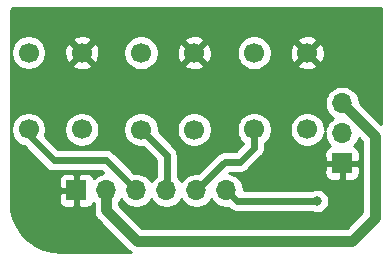
<source format=gtl>
%TF.GenerationSoftware,KiCad,Pcbnew,(5.1.10)-1*%
%TF.CreationDate,2021-08-05T17:21:45+02:00*%
%TF.ProjectId,mp3_buttons_pcb,6d70335f-6275-4747-946f-6e735f706362,rev?*%
%TF.SameCoordinates,Original*%
%TF.FileFunction,Copper,L1,Top*%
%TF.FilePolarity,Positive*%
%FSLAX46Y46*%
G04 Gerber Fmt 4.6, Leading zero omitted, Abs format (unit mm)*
G04 Created by KiCad (PCBNEW (5.1.10)-1) date 2021-08-05 17:21:45*
%MOMM*%
%LPD*%
G01*
G04 APERTURE LIST*
%TA.AperFunction,ComponentPad*%
%ADD10C,1.700000*%
%TD*%
%TA.AperFunction,ComponentPad*%
%ADD11R,1.700000X1.700000*%
%TD*%
%TA.AperFunction,ComponentPad*%
%ADD12O,1.700000X1.700000*%
%TD*%
%TA.AperFunction,ViaPad*%
%ADD13C,0.800000*%
%TD*%
%TA.AperFunction,Conductor*%
%ADD14C,0.600000*%
%TD*%
%TA.AperFunction,Conductor*%
%ADD15C,0.900000*%
%TD*%
%TA.AperFunction,Conductor*%
%ADD16C,0.254000*%
%TD*%
%TA.AperFunction,Conductor*%
%ADD17C,0.100000*%
%TD*%
G04 APERTURE END LIST*
D10*
%TO.P,SW1,4*%
%TO.N,N/C*%
X179545860Y-103321980D03*
%TO.P,SW1,3*%
%TO.N,Net-(J1-Pad3)*%
X179545860Y-109821980D03*
%TO.P,SW1,2*%
%TO.N,GND*%
X184045860Y-103321980D03*
%TO.P,SW1,1*%
%TO.N,N/C*%
X184045860Y-109821980D03*
%TD*%
%TO.P,SW2,1*%
%TO.N,N/C*%
X193567440Y-109832280D03*
%TO.P,SW2,2*%
%TO.N,GND*%
X193567440Y-103332280D03*
%TO.P,SW2,3*%
%TO.N,Net-(J1-Pad4)*%
X189067440Y-109832280D03*
%TO.P,SW2,4*%
%TO.N,N/C*%
X189067440Y-103332280D03*
%TD*%
%TO.P,SW3,4*%
%TO.N,N/C*%
X198639040Y-103329600D03*
%TO.P,SW3,3*%
%TO.N,Net-(J1-Pad5)*%
X198639040Y-109829600D03*
%TO.P,SW3,2*%
%TO.N,GND*%
X203139040Y-103329600D03*
%TO.P,SW3,1*%
%TO.N,N/C*%
X203139040Y-109829600D03*
%TD*%
D11*
%TO.P,J1,1*%
%TO.N,GND*%
X183591200Y-114985800D03*
D12*
%TO.P,J1,2*%
%TO.N,+5V*%
X186131200Y-114985800D03*
%TO.P,J1,3*%
%TO.N,Net-(J1-Pad3)*%
X188671200Y-114985800D03*
%TO.P,J1,4*%
%TO.N,Net-(J1-Pad4)*%
X191211200Y-114985800D03*
%TO.P,J1,5*%
%TO.N,Net-(J1-Pad5)*%
X193751200Y-114985800D03*
%TO.P,J1,6*%
%TO.N,Net-(J1-Pad6)*%
X196291200Y-114985800D03*
%TD*%
D11*
%TO.P,J2,1*%
%TO.N,GND*%
X206090520Y-112694720D03*
D12*
%TO.P,J2,2*%
%TO.N,Net-(J1-Pad6)*%
X206090520Y-110154720D03*
%TO.P,J2,3*%
%TO.N,+5V*%
X206090520Y-107614720D03*
%TD*%
D13*
%TO.N,Net-(J1-Pad6)*%
X203962000Y-115884960D03*
%TD*%
D14*
%TO.N,Net-(J1-Pad6)*%
X197190360Y-115884960D02*
X196291200Y-114985800D01*
X203962000Y-115884960D02*
X197190360Y-115884960D01*
%TO.N,Net-(J1-Pad5)*%
X198639040Y-109829600D02*
X198639040Y-111385740D01*
X198639040Y-111385740D02*
X197457060Y-112567720D01*
X196169280Y-112567720D02*
X193751200Y-114985800D01*
X197457060Y-112567720D02*
X196169280Y-112567720D01*
%TO.N,Net-(J1-Pad4)*%
X189067440Y-109832280D02*
X191231520Y-111996360D01*
X191231520Y-114965480D02*
X191211200Y-114985800D01*
X191231520Y-111996360D02*
X191231520Y-114965480D01*
%TO.N,Net-(J1-Pad3)*%
X179545860Y-110328320D02*
X179545860Y-109821980D01*
X181663340Y-112445800D02*
X179545860Y-110328320D01*
X186131200Y-112445800D02*
X181663340Y-112445800D01*
X188671200Y-114985800D02*
X186131200Y-112445800D01*
D15*
%TO.N,+5V*%
X208899760Y-110423960D02*
X206090520Y-107614720D01*
X208899760Y-117307360D02*
X208899760Y-110423960D01*
X206928720Y-119278400D02*
X208899760Y-117307360D01*
X188722000Y-119278400D02*
X206928720Y-119278400D01*
X186131200Y-116687600D02*
X188722000Y-119278400D01*
X186131200Y-114985800D02*
X186131200Y-116687600D01*
%TD*%
D16*
%TO.N,GND*%
X209357361Y-99539648D02*
X209357361Y-109347139D01*
X207575520Y-107565299D01*
X207575520Y-107468460D01*
X207518452Y-107181562D01*
X207406510Y-106911309D01*
X207243995Y-106668088D01*
X207037152Y-106461245D01*
X206793931Y-106298730D01*
X206523678Y-106186788D01*
X206236780Y-106129720D01*
X205944260Y-106129720D01*
X205657362Y-106186788D01*
X205387109Y-106298730D01*
X205143888Y-106461245D01*
X204937045Y-106668088D01*
X204774530Y-106911309D01*
X204662588Y-107181562D01*
X204605520Y-107468460D01*
X204605520Y-107760980D01*
X204662588Y-108047878D01*
X204774530Y-108318131D01*
X204937045Y-108561352D01*
X205143888Y-108768195D01*
X205318280Y-108884720D01*
X205143888Y-109001245D01*
X204937045Y-109208088D01*
X204774530Y-109451309D01*
X204662588Y-109721562D01*
X204624040Y-109915354D01*
X204624040Y-109683340D01*
X204566972Y-109396442D01*
X204455030Y-109126189D01*
X204292515Y-108882968D01*
X204085672Y-108676125D01*
X203842451Y-108513610D01*
X203572198Y-108401668D01*
X203285300Y-108344600D01*
X202992780Y-108344600D01*
X202705882Y-108401668D01*
X202435629Y-108513610D01*
X202192408Y-108676125D01*
X201985565Y-108882968D01*
X201823050Y-109126189D01*
X201711108Y-109396442D01*
X201654040Y-109683340D01*
X201654040Y-109975860D01*
X201711108Y-110262758D01*
X201823050Y-110533011D01*
X201985565Y-110776232D01*
X202192408Y-110983075D01*
X202435629Y-111145590D01*
X202705882Y-111257532D01*
X202992780Y-111314600D01*
X203285300Y-111314600D01*
X203572198Y-111257532D01*
X203842451Y-111145590D01*
X204085672Y-110983075D01*
X204292515Y-110776232D01*
X204455030Y-110533011D01*
X204566972Y-110262758D01*
X204605520Y-110068966D01*
X204605520Y-110300980D01*
X204662588Y-110587878D01*
X204774530Y-110858131D01*
X204937045Y-111101352D01*
X205068900Y-111233207D01*
X204996340Y-111255218D01*
X204886026Y-111314183D01*
X204789335Y-111393535D01*
X204709983Y-111490226D01*
X204651018Y-111600540D01*
X204614708Y-111720238D01*
X204602448Y-111844720D01*
X204605520Y-112408970D01*
X204764270Y-112567720D01*
X205963520Y-112567720D01*
X205963520Y-112547720D01*
X206217520Y-112547720D01*
X206217520Y-112567720D01*
X207416770Y-112567720D01*
X207575520Y-112408970D01*
X207578592Y-111844720D01*
X207566332Y-111720238D01*
X207530022Y-111600540D01*
X207471057Y-111490226D01*
X207391705Y-111393535D01*
X207295014Y-111314183D01*
X207184700Y-111255218D01*
X207112140Y-111233207D01*
X207243995Y-111101352D01*
X207406510Y-110858131D01*
X207518452Y-110587878D01*
X207520245Y-110578866D01*
X207814761Y-110873383D01*
X207814760Y-116857938D01*
X206479299Y-118193400D01*
X189171422Y-118193400D01*
X187216200Y-116238179D01*
X187216200Y-116000907D01*
X187284675Y-115932432D01*
X187401200Y-115758040D01*
X187517725Y-115932432D01*
X187724568Y-116139275D01*
X187967789Y-116301790D01*
X188238042Y-116413732D01*
X188524940Y-116470800D01*
X188817460Y-116470800D01*
X189104358Y-116413732D01*
X189374611Y-116301790D01*
X189617832Y-116139275D01*
X189824675Y-115932432D01*
X189941200Y-115758040D01*
X190057725Y-115932432D01*
X190264568Y-116139275D01*
X190507789Y-116301790D01*
X190778042Y-116413732D01*
X191064940Y-116470800D01*
X191357460Y-116470800D01*
X191644358Y-116413732D01*
X191914611Y-116301790D01*
X192157832Y-116139275D01*
X192364675Y-115932432D01*
X192481200Y-115758040D01*
X192597725Y-115932432D01*
X192804568Y-116139275D01*
X193047789Y-116301790D01*
X193318042Y-116413732D01*
X193604940Y-116470800D01*
X193897460Y-116470800D01*
X194184358Y-116413732D01*
X194454611Y-116301790D01*
X194697832Y-116139275D01*
X194904675Y-115932432D01*
X195021200Y-115758040D01*
X195137725Y-115932432D01*
X195344568Y-116139275D01*
X195587789Y-116301790D01*
X195858042Y-116413732D01*
X196144940Y-116470800D01*
X196437460Y-116470800D01*
X196451181Y-116468071D01*
X196496734Y-116513624D01*
X196526016Y-116549304D01*
X196668388Y-116666146D01*
X196830820Y-116752967D01*
X196940972Y-116786381D01*
X197007067Y-116806431D01*
X197190359Y-116824484D01*
X197236291Y-116819960D01*
X203514705Y-116819960D01*
X203660102Y-116880186D01*
X203860061Y-116919960D01*
X204063939Y-116919960D01*
X204263898Y-116880186D01*
X204452256Y-116802165D01*
X204621774Y-116688897D01*
X204765937Y-116544734D01*
X204879205Y-116375216D01*
X204957226Y-116186858D01*
X204997000Y-115986899D01*
X204997000Y-115783021D01*
X204957226Y-115583062D01*
X204879205Y-115394704D01*
X204765937Y-115225186D01*
X204621774Y-115081023D01*
X204452256Y-114967755D01*
X204263898Y-114889734D01*
X204063939Y-114849960D01*
X203860061Y-114849960D01*
X203660102Y-114889734D01*
X203514705Y-114949960D01*
X197776200Y-114949960D01*
X197776200Y-114839540D01*
X197719132Y-114552642D01*
X197607190Y-114282389D01*
X197444675Y-114039168D01*
X197237832Y-113832325D01*
X196994611Y-113669810D01*
X196724358Y-113557868D01*
X196658260Y-113544720D01*
X204602448Y-113544720D01*
X204614708Y-113669202D01*
X204651018Y-113788900D01*
X204709983Y-113899214D01*
X204789335Y-113995905D01*
X204886026Y-114075257D01*
X204996340Y-114134222D01*
X205116038Y-114170532D01*
X205240520Y-114182792D01*
X205804770Y-114179720D01*
X205963520Y-114020970D01*
X205963520Y-112821720D01*
X206217520Y-112821720D01*
X206217520Y-114020970D01*
X206376270Y-114179720D01*
X206940520Y-114182792D01*
X207065002Y-114170532D01*
X207184700Y-114134222D01*
X207295014Y-114075257D01*
X207391705Y-113995905D01*
X207471057Y-113899214D01*
X207530022Y-113788900D01*
X207566332Y-113669202D01*
X207578592Y-113544720D01*
X207575520Y-112980470D01*
X207416770Y-112821720D01*
X206217520Y-112821720D01*
X205963520Y-112821720D01*
X204764270Y-112821720D01*
X204605520Y-112980470D01*
X204602448Y-113544720D01*
X196658260Y-113544720D01*
X196538410Y-113520880D01*
X196556570Y-113502720D01*
X197411128Y-113502720D01*
X197457060Y-113507244D01*
X197502992Y-113502720D01*
X197640352Y-113489191D01*
X197816600Y-113435727D01*
X197979032Y-113348906D01*
X198121404Y-113232064D01*
X198150690Y-113196379D01*
X199267704Y-112079366D01*
X199303384Y-112050084D01*
X199420226Y-111907712D01*
X199507047Y-111745280D01*
X199550953Y-111600540D01*
X199560511Y-111569033D01*
X199578564Y-111385741D01*
X199574040Y-111339809D01*
X199574040Y-110990847D01*
X199585672Y-110983075D01*
X199792515Y-110776232D01*
X199955030Y-110533011D01*
X200066972Y-110262758D01*
X200124040Y-109975860D01*
X200124040Y-109683340D01*
X200066972Y-109396442D01*
X199955030Y-109126189D01*
X199792515Y-108882968D01*
X199585672Y-108676125D01*
X199342451Y-108513610D01*
X199072198Y-108401668D01*
X198785300Y-108344600D01*
X198492780Y-108344600D01*
X198205882Y-108401668D01*
X197935629Y-108513610D01*
X197692408Y-108676125D01*
X197485565Y-108882968D01*
X197323050Y-109126189D01*
X197211108Y-109396442D01*
X197154040Y-109683340D01*
X197154040Y-109975860D01*
X197211108Y-110262758D01*
X197323050Y-110533011D01*
X197485565Y-110776232D01*
X197692408Y-110983075D01*
X197704041Y-110990848D01*
X197704041Y-110998450D01*
X197069771Y-111632720D01*
X196215215Y-111632720D01*
X196169280Y-111628196D01*
X195985988Y-111646248D01*
X195809739Y-111699713D01*
X195771340Y-111720238D01*
X195647308Y-111786534D01*
X195504936Y-111903376D01*
X195475656Y-111939054D01*
X193911181Y-113503529D01*
X193897460Y-113500800D01*
X193604940Y-113500800D01*
X193318042Y-113557868D01*
X193047789Y-113669810D01*
X192804568Y-113832325D01*
X192597725Y-114039168D01*
X192481200Y-114213560D01*
X192364675Y-114039168D01*
X192166520Y-113841013D01*
X192166520Y-112042291D01*
X192171044Y-111996359D01*
X192152991Y-111813067D01*
X192102387Y-111646249D01*
X192099527Y-111636820D01*
X192012706Y-111474388D01*
X191895864Y-111332016D01*
X191860186Y-111302736D01*
X190549711Y-109992261D01*
X190552440Y-109978540D01*
X190552440Y-109686020D01*
X192082440Y-109686020D01*
X192082440Y-109978540D01*
X192139508Y-110265438D01*
X192251450Y-110535691D01*
X192413965Y-110778912D01*
X192620808Y-110985755D01*
X192864029Y-111148270D01*
X193134282Y-111260212D01*
X193421180Y-111317280D01*
X193713700Y-111317280D01*
X194000598Y-111260212D01*
X194270851Y-111148270D01*
X194514072Y-110985755D01*
X194720915Y-110778912D01*
X194883430Y-110535691D01*
X194995372Y-110265438D01*
X195052440Y-109978540D01*
X195052440Y-109686020D01*
X194995372Y-109399122D01*
X194883430Y-109128869D01*
X194720915Y-108885648D01*
X194514072Y-108678805D01*
X194270851Y-108516290D01*
X194000598Y-108404348D01*
X193713700Y-108347280D01*
X193421180Y-108347280D01*
X193134282Y-108404348D01*
X192864029Y-108516290D01*
X192620808Y-108678805D01*
X192413965Y-108885648D01*
X192251450Y-109128869D01*
X192139508Y-109399122D01*
X192082440Y-109686020D01*
X190552440Y-109686020D01*
X190495372Y-109399122D01*
X190383430Y-109128869D01*
X190220915Y-108885648D01*
X190014072Y-108678805D01*
X189770851Y-108516290D01*
X189500598Y-108404348D01*
X189213700Y-108347280D01*
X188921180Y-108347280D01*
X188634282Y-108404348D01*
X188364029Y-108516290D01*
X188120808Y-108678805D01*
X187913965Y-108885648D01*
X187751450Y-109128869D01*
X187639508Y-109399122D01*
X187582440Y-109686020D01*
X187582440Y-109978540D01*
X187639508Y-110265438D01*
X187751450Y-110535691D01*
X187913965Y-110778912D01*
X188120808Y-110985755D01*
X188364029Y-111148270D01*
X188634282Y-111260212D01*
X188921180Y-111317280D01*
X189213700Y-111317280D01*
X189227421Y-111314551D01*
X190296520Y-112383650D01*
X190296521Y-113810975D01*
X190264568Y-113832325D01*
X190057725Y-114039168D01*
X189941200Y-114213560D01*
X189824675Y-114039168D01*
X189617832Y-113832325D01*
X189374611Y-113669810D01*
X189104358Y-113557868D01*
X188817460Y-113500800D01*
X188524940Y-113500800D01*
X188511219Y-113503529D01*
X186824830Y-111817141D01*
X186795544Y-111781456D01*
X186653172Y-111664614D01*
X186490740Y-111577793D01*
X186314492Y-111524329D01*
X186177132Y-111510800D01*
X186131200Y-111506276D01*
X186085268Y-111510800D01*
X182050629Y-111510800D01*
X180921416Y-110381587D01*
X180973792Y-110255138D01*
X181030860Y-109968240D01*
X181030860Y-109675720D01*
X182560860Y-109675720D01*
X182560860Y-109968240D01*
X182617928Y-110255138D01*
X182729870Y-110525391D01*
X182892385Y-110768612D01*
X183099228Y-110975455D01*
X183342449Y-111137970D01*
X183612702Y-111249912D01*
X183899600Y-111306980D01*
X184192120Y-111306980D01*
X184479018Y-111249912D01*
X184749271Y-111137970D01*
X184992492Y-110975455D01*
X185199335Y-110768612D01*
X185361850Y-110525391D01*
X185473792Y-110255138D01*
X185530860Y-109968240D01*
X185530860Y-109675720D01*
X185473792Y-109388822D01*
X185361850Y-109118569D01*
X185199335Y-108875348D01*
X184992492Y-108668505D01*
X184749271Y-108505990D01*
X184479018Y-108394048D01*
X184192120Y-108336980D01*
X183899600Y-108336980D01*
X183612702Y-108394048D01*
X183342449Y-108505990D01*
X183099228Y-108668505D01*
X182892385Y-108875348D01*
X182729870Y-109118569D01*
X182617928Y-109388822D01*
X182560860Y-109675720D01*
X181030860Y-109675720D01*
X180973792Y-109388822D01*
X180861850Y-109118569D01*
X180699335Y-108875348D01*
X180492492Y-108668505D01*
X180249271Y-108505990D01*
X179979018Y-108394048D01*
X179692120Y-108336980D01*
X179399600Y-108336980D01*
X179112702Y-108394048D01*
X178842449Y-108505990D01*
X178599228Y-108668505D01*
X178392385Y-108875348D01*
X178229870Y-109118569D01*
X178117928Y-109388822D01*
X178060860Y-109675720D01*
X178060860Y-109968240D01*
X178117928Y-110255138D01*
X178229870Y-110525391D01*
X178392385Y-110768612D01*
X178599228Y-110975455D01*
X178842449Y-111137970D01*
X179112702Y-111249912D01*
X179153223Y-111257972D01*
X180969710Y-113074459D01*
X180998996Y-113110144D01*
X181141368Y-113226986D01*
X181303800Y-113313807D01*
X181480048Y-113367271D01*
X181663340Y-113385324D01*
X181709272Y-113380800D01*
X185743911Y-113380800D01*
X185883991Y-113520880D01*
X185698042Y-113557868D01*
X185427789Y-113669810D01*
X185184568Y-113832325D01*
X185052713Y-113964180D01*
X185030702Y-113891620D01*
X184971737Y-113781306D01*
X184892385Y-113684615D01*
X184795694Y-113605263D01*
X184685380Y-113546298D01*
X184565682Y-113509988D01*
X184441200Y-113497728D01*
X183876950Y-113500800D01*
X183718200Y-113659550D01*
X183718200Y-114858800D01*
X183738200Y-114858800D01*
X183738200Y-115112800D01*
X183718200Y-115112800D01*
X183718200Y-116312050D01*
X183876950Y-116470800D01*
X184441200Y-116473872D01*
X184565682Y-116461612D01*
X184685380Y-116425302D01*
X184795694Y-116366337D01*
X184892385Y-116286985D01*
X184971737Y-116190294D01*
X185030702Y-116079980D01*
X185046200Y-116028890D01*
X185046200Y-116634314D01*
X185040952Y-116687600D01*
X185046200Y-116740886D01*
X185046200Y-116740894D01*
X185052235Y-116802165D01*
X185061900Y-116900297D01*
X185112334Y-117066553D01*
X185123942Y-117104820D01*
X185224692Y-117293310D01*
X185263736Y-117340885D01*
X185326305Y-117417126D01*
X185326310Y-117417131D01*
X185360279Y-117458522D01*
X185401670Y-117492491D01*
X187917109Y-120007931D01*
X187951078Y-120049322D01*
X187992469Y-120083291D01*
X187992473Y-120083295D01*
X188079133Y-120154415D01*
X188116290Y-120184909D01*
X188198985Y-120229111D01*
X182312937Y-120229205D01*
X181533604Y-120159651D01*
X180807359Y-119960973D01*
X180127785Y-119636833D01*
X179516345Y-119197468D01*
X178992377Y-118656775D01*
X178572436Y-118031837D01*
X178269802Y-117342416D01*
X178092815Y-116605217D01*
X178045980Y-115967428D01*
X178045981Y-115835800D01*
X182103128Y-115835800D01*
X182115388Y-115960282D01*
X182151698Y-116079980D01*
X182210663Y-116190294D01*
X182290015Y-116286985D01*
X182386706Y-116366337D01*
X182497020Y-116425302D01*
X182616718Y-116461612D01*
X182741200Y-116473872D01*
X183305450Y-116470800D01*
X183464200Y-116312050D01*
X183464200Y-115112800D01*
X182264950Y-115112800D01*
X182106200Y-115271550D01*
X182103128Y-115835800D01*
X178045981Y-115835800D01*
X178045999Y-114135800D01*
X182103128Y-114135800D01*
X182106200Y-114700050D01*
X182264950Y-114858800D01*
X183464200Y-114858800D01*
X183464200Y-113659550D01*
X183305450Y-113500800D01*
X182741200Y-113497728D01*
X182616718Y-113509988D01*
X182497020Y-113546298D01*
X182386706Y-113605263D01*
X182290015Y-113684615D01*
X182210663Y-113781306D01*
X182151698Y-113891620D01*
X182115388Y-114011318D01*
X182103128Y-114135800D01*
X178045999Y-114135800D01*
X178046116Y-103175720D01*
X178060860Y-103175720D01*
X178060860Y-103468240D01*
X178117928Y-103755138D01*
X178229870Y-104025391D01*
X178392385Y-104268612D01*
X178599228Y-104475455D01*
X178842449Y-104637970D01*
X179112702Y-104749912D01*
X179399600Y-104806980D01*
X179692120Y-104806980D01*
X179979018Y-104749912D01*
X180249271Y-104637970D01*
X180492492Y-104475455D01*
X180617570Y-104350377D01*
X183197068Y-104350377D01*
X183274703Y-104599452D01*
X183538743Y-104725351D01*
X183822271Y-104797319D01*
X184114391Y-104812591D01*
X184403879Y-104770579D01*
X184679607Y-104672899D01*
X184817017Y-104599452D01*
X184894652Y-104350377D01*
X184045860Y-103501585D01*
X183197068Y-104350377D01*
X180617570Y-104350377D01*
X180699335Y-104268612D01*
X180861850Y-104025391D01*
X180973792Y-103755138D01*
X181030860Y-103468240D01*
X181030860Y-103390511D01*
X182555249Y-103390511D01*
X182597261Y-103679999D01*
X182694941Y-103955727D01*
X182768388Y-104093137D01*
X183017463Y-104170772D01*
X183866255Y-103321980D01*
X184225465Y-103321980D01*
X185074257Y-104170772D01*
X185323332Y-104093137D01*
X185449231Y-103829097D01*
X185521199Y-103545569D01*
X185536471Y-103253449D01*
X185526686Y-103186020D01*
X187582440Y-103186020D01*
X187582440Y-103478540D01*
X187639508Y-103765438D01*
X187751450Y-104035691D01*
X187913965Y-104278912D01*
X188120808Y-104485755D01*
X188364029Y-104648270D01*
X188634282Y-104760212D01*
X188921180Y-104817280D01*
X189213700Y-104817280D01*
X189500598Y-104760212D01*
X189770851Y-104648270D01*
X190014072Y-104485755D01*
X190139150Y-104360677D01*
X192718648Y-104360677D01*
X192796283Y-104609752D01*
X193060323Y-104735651D01*
X193343851Y-104807619D01*
X193635971Y-104822891D01*
X193925459Y-104780879D01*
X194201187Y-104683199D01*
X194338597Y-104609752D01*
X194416232Y-104360677D01*
X193567440Y-103511885D01*
X192718648Y-104360677D01*
X190139150Y-104360677D01*
X190220915Y-104278912D01*
X190383430Y-104035691D01*
X190495372Y-103765438D01*
X190552440Y-103478540D01*
X190552440Y-103400811D01*
X192076829Y-103400811D01*
X192118841Y-103690299D01*
X192216521Y-103966027D01*
X192289968Y-104103437D01*
X192539043Y-104181072D01*
X193387835Y-103332280D01*
X193747045Y-103332280D01*
X194595837Y-104181072D01*
X194844912Y-104103437D01*
X194970811Y-103839397D01*
X195042779Y-103555869D01*
X195058051Y-103263749D01*
X195046382Y-103183340D01*
X197154040Y-103183340D01*
X197154040Y-103475860D01*
X197211108Y-103762758D01*
X197323050Y-104033011D01*
X197485565Y-104276232D01*
X197692408Y-104483075D01*
X197935629Y-104645590D01*
X198205882Y-104757532D01*
X198492780Y-104814600D01*
X198785300Y-104814600D01*
X199072198Y-104757532D01*
X199342451Y-104645590D01*
X199585672Y-104483075D01*
X199710750Y-104357997D01*
X202290248Y-104357997D01*
X202367883Y-104607072D01*
X202631923Y-104732971D01*
X202915451Y-104804939D01*
X203207571Y-104820211D01*
X203497059Y-104778199D01*
X203772787Y-104680519D01*
X203910197Y-104607072D01*
X203987832Y-104357997D01*
X203139040Y-103509205D01*
X202290248Y-104357997D01*
X199710750Y-104357997D01*
X199792515Y-104276232D01*
X199955030Y-104033011D01*
X200066972Y-103762758D01*
X200124040Y-103475860D01*
X200124040Y-103398131D01*
X201648429Y-103398131D01*
X201690441Y-103687619D01*
X201788121Y-103963347D01*
X201861568Y-104100757D01*
X202110643Y-104178392D01*
X202959435Y-103329600D01*
X203318645Y-103329600D01*
X204167437Y-104178392D01*
X204416512Y-104100757D01*
X204542411Y-103836717D01*
X204614379Y-103553189D01*
X204629651Y-103261069D01*
X204587639Y-102971581D01*
X204489959Y-102695853D01*
X204416512Y-102558443D01*
X204167437Y-102480808D01*
X203318645Y-103329600D01*
X202959435Y-103329600D01*
X202110643Y-102480808D01*
X201861568Y-102558443D01*
X201735669Y-102822483D01*
X201663701Y-103106011D01*
X201648429Y-103398131D01*
X200124040Y-103398131D01*
X200124040Y-103183340D01*
X200066972Y-102896442D01*
X199955030Y-102626189D01*
X199792515Y-102382968D01*
X199710750Y-102301203D01*
X202290248Y-102301203D01*
X203139040Y-103149995D01*
X203987832Y-102301203D01*
X203910197Y-102052128D01*
X203646157Y-101926229D01*
X203362629Y-101854261D01*
X203070509Y-101838989D01*
X202781021Y-101881001D01*
X202505293Y-101978681D01*
X202367883Y-102052128D01*
X202290248Y-102301203D01*
X199710750Y-102301203D01*
X199585672Y-102176125D01*
X199342451Y-102013610D01*
X199072198Y-101901668D01*
X198785300Y-101844600D01*
X198492780Y-101844600D01*
X198205882Y-101901668D01*
X197935629Y-102013610D01*
X197692408Y-102176125D01*
X197485565Y-102382968D01*
X197323050Y-102626189D01*
X197211108Y-102896442D01*
X197154040Y-103183340D01*
X195046382Y-103183340D01*
X195016039Y-102974261D01*
X194918359Y-102698533D01*
X194844912Y-102561123D01*
X194595837Y-102483488D01*
X193747045Y-103332280D01*
X193387835Y-103332280D01*
X192539043Y-102483488D01*
X192289968Y-102561123D01*
X192164069Y-102825163D01*
X192092101Y-103108691D01*
X192076829Y-103400811D01*
X190552440Y-103400811D01*
X190552440Y-103186020D01*
X190495372Y-102899122D01*
X190383430Y-102628869D01*
X190220915Y-102385648D01*
X190139150Y-102303883D01*
X192718648Y-102303883D01*
X193567440Y-103152675D01*
X194416232Y-102303883D01*
X194338597Y-102054808D01*
X194074557Y-101928909D01*
X193791029Y-101856941D01*
X193498909Y-101841669D01*
X193209421Y-101883681D01*
X192933693Y-101981361D01*
X192796283Y-102054808D01*
X192718648Y-102303883D01*
X190139150Y-102303883D01*
X190014072Y-102178805D01*
X189770851Y-102016290D01*
X189500598Y-101904348D01*
X189213700Y-101847280D01*
X188921180Y-101847280D01*
X188634282Y-101904348D01*
X188364029Y-102016290D01*
X188120808Y-102178805D01*
X187913965Y-102385648D01*
X187751450Y-102628869D01*
X187639508Y-102899122D01*
X187582440Y-103186020D01*
X185526686Y-103186020D01*
X185494459Y-102963961D01*
X185396779Y-102688233D01*
X185323332Y-102550823D01*
X185074257Y-102473188D01*
X184225465Y-103321980D01*
X183866255Y-103321980D01*
X183017463Y-102473188D01*
X182768388Y-102550823D01*
X182642489Y-102814863D01*
X182570521Y-103098391D01*
X182555249Y-103390511D01*
X181030860Y-103390511D01*
X181030860Y-103175720D01*
X180973792Y-102888822D01*
X180861850Y-102618569D01*
X180699335Y-102375348D01*
X180617570Y-102293583D01*
X183197068Y-102293583D01*
X184045860Y-103142375D01*
X184894652Y-102293583D01*
X184817017Y-102044508D01*
X184552977Y-101918609D01*
X184269449Y-101846641D01*
X183977329Y-101831369D01*
X183687841Y-101873381D01*
X183412113Y-101971061D01*
X183274703Y-102044508D01*
X183197068Y-102293583D01*
X180617570Y-102293583D01*
X180492492Y-102168505D01*
X180249271Y-102005990D01*
X179979018Y-101894048D01*
X179692120Y-101836980D01*
X179399600Y-101836980D01*
X179112702Y-101894048D01*
X178842449Y-102005990D01*
X178599228Y-102168505D01*
X178392385Y-102375348D01*
X178229870Y-102618569D01*
X178117928Y-102888822D01*
X178060860Y-103175720D01*
X178046116Y-103175720D01*
X178046152Y-99879685D01*
X178055129Y-99788131D01*
X178072341Y-99731123D01*
X178100299Y-99678541D01*
X178137941Y-99632388D01*
X178183827Y-99594428D01*
X178236208Y-99566105D01*
X178293099Y-99548495D01*
X178382514Y-99539097D01*
X209357361Y-99539648D01*
%TA.AperFunction,Conductor*%
D17*
G36*
X209357361Y-99539648D02*
G01*
X209357361Y-109347139D01*
X207575520Y-107565299D01*
X207575520Y-107468460D01*
X207518452Y-107181562D01*
X207406510Y-106911309D01*
X207243995Y-106668088D01*
X207037152Y-106461245D01*
X206793931Y-106298730D01*
X206523678Y-106186788D01*
X206236780Y-106129720D01*
X205944260Y-106129720D01*
X205657362Y-106186788D01*
X205387109Y-106298730D01*
X205143888Y-106461245D01*
X204937045Y-106668088D01*
X204774530Y-106911309D01*
X204662588Y-107181562D01*
X204605520Y-107468460D01*
X204605520Y-107760980D01*
X204662588Y-108047878D01*
X204774530Y-108318131D01*
X204937045Y-108561352D01*
X205143888Y-108768195D01*
X205318280Y-108884720D01*
X205143888Y-109001245D01*
X204937045Y-109208088D01*
X204774530Y-109451309D01*
X204662588Y-109721562D01*
X204624040Y-109915354D01*
X204624040Y-109683340D01*
X204566972Y-109396442D01*
X204455030Y-109126189D01*
X204292515Y-108882968D01*
X204085672Y-108676125D01*
X203842451Y-108513610D01*
X203572198Y-108401668D01*
X203285300Y-108344600D01*
X202992780Y-108344600D01*
X202705882Y-108401668D01*
X202435629Y-108513610D01*
X202192408Y-108676125D01*
X201985565Y-108882968D01*
X201823050Y-109126189D01*
X201711108Y-109396442D01*
X201654040Y-109683340D01*
X201654040Y-109975860D01*
X201711108Y-110262758D01*
X201823050Y-110533011D01*
X201985565Y-110776232D01*
X202192408Y-110983075D01*
X202435629Y-111145590D01*
X202705882Y-111257532D01*
X202992780Y-111314600D01*
X203285300Y-111314600D01*
X203572198Y-111257532D01*
X203842451Y-111145590D01*
X204085672Y-110983075D01*
X204292515Y-110776232D01*
X204455030Y-110533011D01*
X204566972Y-110262758D01*
X204605520Y-110068966D01*
X204605520Y-110300980D01*
X204662588Y-110587878D01*
X204774530Y-110858131D01*
X204937045Y-111101352D01*
X205068900Y-111233207D01*
X204996340Y-111255218D01*
X204886026Y-111314183D01*
X204789335Y-111393535D01*
X204709983Y-111490226D01*
X204651018Y-111600540D01*
X204614708Y-111720238D01*
X204602448Y-111844720D01*
X204605520Y-112408970D01*
X204764270Y-112567720D01*
X205963520Y-112567720D01*
X205963520Y-112547720D01*
X206217520Y-112547720D01*
X206217520Y-112567720D01*
X207416770Y-112567720D01*
X207575520Y-112408970D01*
X207578592Y-111844720D01*
X207566332Y-111720238D01*
X207530022Y-111600540D01*
X207471057Y-111490226D01*
X207391705Y-111393535D01*
X207295014Y-111314183D01*
X207184700Y-111255218D01*
X207112140Y-111233207D01*
X207243995Y-111101352D01*
X207406510Y-110858131D01*
X207518452Y-110587878D01*
X207520245Y-110578866D01*
X207814761Y-110873383D01*
X207814760Y-116857938D01*
X206479299Y-118193400D01*
X189171422Y-118193400D01*
X187216200Y-116238179D01*
X187216200Y-116000907D01*
X187284675Y-115932432D01*
X187401200Y-115758040D01*
X187517725Y-115932432D01*
X187724568Y-116139275D01*
X187967789Y-116301790D01*
X188238042Y-116413732D01*
X188524940Y-116470800D01*
X188817460Y-116470800D01*
X189104358Y-116413732D01*
X189374611Y-116301790D01*
X189617832Y-116139275D01*
X189824675Y-115932432D01*
X189941200Y-115758040D01*
X190057725Y-115932432D01*
X190264568Y-116139275D01*
X190507789Y-116301790D01*
X190778042Y-116413732D01*
X191064940Y-116470800D01*
X191357460Y-116470800D01*
X191644358Y-116413732D01*
X191914611Y-116301790D01*
X192157832Y-116139275D01*
X192364675Y-115932432D01*
X192481200Y-115758040D01*
X192597725Y-115932432D01*
X192804568Y-116139275D01*
X193047789Y-116301790D01*
X193318042Y-116413732D01*
X193604940Y-116470800D01*
X193897460Y-116470800D01*
X194184358Y-116413732D01*
X194454611Y-116301790D01*
X194697832Y-116139275D01*
X194904675Y-115932432D01*
X195021200Y-115758040D01*
X195137725Y-115932432D01*
X195344568Y-116139275D01*
X195587789Y-116301790D01*
X195858042Y-116413732D01*
X196144940Y-116470800D01*
X196437460Y-116470800D01*
X196451181Y-116468071D01*
X196496734Y-116513624D01*
X196526016Y-116549304D01*
X196668388Y-116666146D01*
X196830820Y-116752967D01*
X196940972Y-116786381D01*
X197007067Y-116806431D01*
X197190359Y-116824484D01*
X197236291Y-116819960D01*
X203514705Y-116819960D01*
X203660102Y-116880186D01*
X203860061Y-116919960D01*
X204063939Y-116919960D01*
X204263898Y-116880186D01*
X204452256Y-116802165D01*
X204621774Y-116688897D01*
X204765937Y-116544734D01*
X204879205Y-116375216D01*
X204957226Y-116186858D01*
X204997000Y-115986899D01*
X204997000Y-115783021D01*
X204957226Y-115583062D01*
X204879205Y-115394704D01*
X204765937Y-115225186D01*
X204621774Y-115081023D01*
X204452256Y-114967755D01*
X204263898Y-114889734D01*
X204063939Y-114849960D01*
X203860061Y-114849960D01*
X203660102Y-114889734D01*
X203514705Y-114949960D01*
X197776200Y-114949960D01*
X197776200Y-114839540D01*
X197719132Y-114552642D01*
X197607190Y-114282389D01*
X197444675Y-114039168D01*
X197237832Y-113832325D01*
X196994611Y-113669810D01*
X196724358Y-113557868D01*
X196658260Y-113544720D01*
X204602448Y-113544720D01*
X204614708Y-113669202D01*
X204651018Y-113788900D01*
X204709983Y-113899214D01*
X204789335Y-113995905D01*
X204886026Y-114075257D01*
X204996340Y-114134222D01*
X205116038Y-114170532D01*
X205240520Y-114182792D01*
X205804770Y-114179720D01*
X205963520Y-114020970D01*
X205963520Y-112821720D01*
X206217520Y-112821720D01*
X206217520Y-114020970D01*
X206376270Y-114179720D01*
X206940520Y-114182792D01*
X207065002Y-114170532D01*
X207184700Y-114134222D01*
X207295014Y-114075257D01*
X207391705Y-113995905D01*
X207471057Y-113899214D01*
X207530022Y-113788900D01*
X207566332Y-113669202D01*
X207578592Y-113544720D01*
X207575520Y-112980470D01*
X207416770Y-112821720D01*
X206217520Y-112821720D01*
X205963520Y-112821720D01*
X204764270Y-112821720D01*
X204605520Y-112980470D01*
X204602448Y-113544720D01*
X196658260Y-113544720D01*
X196538410Y-113520880D01*
X196556570Y-113502720D01*
X197411128Y-113502720D01*
X197457060Y-113507244D01*
X197502992Y-113502720D01*
X197640352Y-113489191D01*
X197816600Y-113435727D01*
X197979032Y-113348906D01*
X198121404Y-113232064D01*
X198150690Y-113196379D01*
X199267704Y-112079366D01*
X199303384Y-112050084D01*
X199420226Y-111907712D01*
X199507047Y-111745280D01*
X199550953Y-111600540D01*
X199560511Y-111569033D01*
X199578564Y-111385741D01*
X199574040Y-111339809D01*
X199574040Y-110990847D01*
X199585672Y-110983075D01*
X199792515Y-110776232D01*
X199955030Y-110533011D01*
X200066972Y-110262758D01*
X200124040Y-109975860D01*
X200124040Y-109683340D01*
X200066972Y-109396442D01*
X199955030Y-109126189D01*
X199792515Y-108882968D01*
X199585672Y-108676125D01*
X199342451Y-108513610D01*
X199072198Y-108401668D01*
X198785300Y-108344600D01*
X198492780Y-108344600D01*
X198205882Y-108401668D01*
X197935629Y-108513610D01*
X197692408Y-108676125D01*
X197485565Y-108882968D01*
X197323050Y-109126189D01*
X197211108Y-109396442D01*
X197154040Y-109683340D01*
X197154040Y-109975860D01*
X197211108Y-110262758D01*
X197323050Y-110533011D01*
X197485565Y-110776232D01*
X197692408Y-110983075D01*
X197704041Y-110990848D01*
X197704041Y-110998450D01*
X197069771Y-111632720D01*
X196215215Y-111632720D01*
X196169280Y-111628196D01*
X195985988Y-111646248D01*
X195809739Y-111699713D01*
X195771340Y-111720238D01*
X195647308Y-111786534D01*
X195504936Y-111903376D01*
X195475656Y-111939054D01*
X193911181Y-113503529D01*
X193897460Y-113500800D01*
X193604940Y-113500800D01*
X193318042Y-113557868D01*
X193047789Y-113669810D01*
X192804568Y-113832325D01*
X192597725Y-114039168D01*
X192481200Y-114213560D01*
X192364675Y-114039168D01*
X192166520Y-113841013D01*
X192166520Y-112042291D01*
X192171044Y-111996359D01*
X192152991Y-111813067D01*
X192102387Y-111646249D01*
X192099527Y-111636820D01*
X192012706Y-111474388D01*
X191895864Y-111332016D01*
X191860186Y-111302736D01*
X190549711Y-109992261D01*
X190552440Y-109978540D01*
X190552440Y-109686020D01*
X192082440Y-109686020D01*
X192082440Y-109978540D01*
X192139508Y-110265438D01*
X192251450Y-110535691D01*
X192413965Y-110778912D01*
X192620808Y-110985755D01*
X192864029Y-111148270D01*
X193134282Y-111260212D01*
X193421180Y-111317280D01*
X193713700Y-111317280D01*
X194000598Y-111260212D01*
X194270851Y-111148270D01*
X194514072Y-110985755D01*
X194720915Y-110778912D01*
X194883430Y-110535691D01*
X194995372Y-110265438D01*
X195052440Y-109978540D01*
X195052440Y-109686020D01*
X194995372Y-109399122D01*
X194883430Y-109128869D01*
X194720915Y-108885648D01*
X194514072Y-108678805D01*
X194270851Y-108516290D01*
X194000598Y-108404348D01*
X193713700Y-108347280D01*
X193421180Y-108347280D01*
X193134282Y-108404348D01*
X192864029Y-108516290D01*
X192620808Y-108678805D01*
X192413965Y-108885648D01*
X192251450Y-109128869D01*
X192139508Y-109399122D01*
X192082440Y-109686020D01*
X190552440Y-109686020D01*
X190495372Y-109399122D01*
X190383430Y-109128869D01*
X190220915Y-108885648D01*
X190014072Y-108678805D01*
X189770851Y-108516290D01*
X189500598Y-108404348D01*
X189213700Y-108347280D01*
X188921180Y-108347280D01*
X188634282Y-108404348D01*
X188364029Y-108516290D01*
X188120808Y-108678805D01*
X187913965Y-108885648D01*
X187751450Y-109128869D01*
X187639508Y-109399122D01*
X187582440Y-109686020D01*
X187582440Y-109978540D01*
X187639508Y-110265438D01*
X187751450Y-110535691D01*
X187913965Y-110778912D01*
X188120808Y-110985755D01*
X188364029Y-111148270D01*
X188634282Y-111260212D01*
X188921180Y-111317280D01*
X189213700Y-111317280D01*
X189227421Y-111314551D01*
X190296520Y-112383650D01*
X190296521Y-113810975D01*
X190264568Y-113832325D01*
X190057725Y-114039168D01*
X189941200Y-114213560D01*
X189824675Y-114039168D01*
X189617832Y-113832325D01*
X189374611Y-113669810D01*
X189104358Y-113557868D01*
X188817460Y-113500800D01*
X188524940Y-113500800D01*
X188511219Y-113503529D01*
X186824830Y-111817141D01*
X186795544Y-111781456D01*
X186653172Y-111664614D01*
X186490740Y-111577793D01*
X186314492Y-111524329D01*
X186177132Y-111510800D01*
X186131200Y-111506276D01*
X186085268Y-111510800D01*
X182050629Y-111510800D01*
X180921416Y-110381587D01*
X180973792Y-110255138D01*
X181030860Y-109968240D01*
X181030860Y-109675720D01*
X182560860Y-109675720D01*
X182560860Y-109968240D01*
X182617928Y-110255138D01*
X182729870Y-110525391D01*
X182892385Y-110768612D01*
X183099228Y-110975455D01*
X183342449Y-111137970D01*
X183612702Y-111249912D01*
X183899600Y-111306980D01*
X184192120Y-111306980D01*
X184479018Y-111249912D01*
X184749271Y-111137970D01*
X184992492Y-110975455D01*
X185199335Y-110768612D01*
X185361850Y-110525391D01*
X185473792Y-110255138D01*
X185530860Y-109968240D01*
X185530860Y-109675720D01*
X185473792Y-109388822D01*
X185361850Y-109118569D01*
X185199335Y-108875348D01*
X184992492Y-108668505D01*
X184749271Y-108505990D01*
X184479018Y-108394048D01*
X184192120Y-108336980D01*
X183899600Y-108336980D01*
X183612702Y-108394048D01*
X183342449Y-108505990D01*
X183099228Y-108668505D01*
X182892385Y-108875348D01*
X182729870Y-109118569D01*
X182617928Y-109388822D01*
X182560860Y-109675720D01*
X181030860Y-109675720D01*
X180973792Y-109388822D01*
X180861850Y-109118569D01*
X180699335Y-108875348D01*
X180492492Y-108668505D01*
X180249271Y-108505990D01*
X179979018Y-108394048D01*
X179692120Y-108336980D01*
X179399600Y-108336980D01*
X179112702Y-108394048D01*
X178842449Y-108505990D01*
X178599228Y-108668505D01*
X178392385Y-108875348D01*
X178229870Y-109118569D01*
X178117928Y-109388822D01*
X178060860Y-109675720D01*
X178060860Y-109968240D01*
X178117928Y-110255138D01*
X178229870Y-110525391D01*
X178392385Y-110768612D01*
X178599228Y-110975455D01*
X178842449Y-111137970D01*
X179112702Y-111249912D01*
X179153223Y-111257972D01*
X180969710Y-113074459D01*
X180998996Y-113110144D01*
X181141368Y-113226986D01*
X181303800Y-113313807D01*
X181480048Y-113367271D01*
X181663340Y-113385324D01*
X181709272Y-113380800D01*
X185743911Y-113380800D01*
X185883991Y-113520880D01*
X185698042Y-113557868D01*
X185427789Y-113669810D01*
X185184568Y-113832325D01*
X185052713Y-113964180D01*
X185030702Y-113891620D01*
X184971737Y-113781306D01*
X184892385Y-113684615D01*
X184795694Y-113605263D01*
X184685380Y-113546298D01*
X184565682Y-113509988D01*
X184441200Y-113497728D01*
X183876950Y-113500800D01*
X183718200Y-113659550D01*
X183718200Y-114858800D01*
X183738200Y-114858800D01*
X183738200Y-115112800D01*
X183718200Y-115112800D01*
X183718200Y-116312050D01*
X183876950Y-116470800D01*
X184441200Y-116473872D01*
X184565682Y-116461612D01*
X184685380Y-116425302D01*
X184795694Y-116366337D01*
X184892385Y-116286985D01*
X184971737Y-116190294D01*
X185030702Y-116079980D01*
X185046200Y-116028890D01*
X185046200Y-116634314D01*
X185040952Y-116687600D01*
X185046200Y-116740886D01*
X185046200Y-116740894D01*
X185052235Y-116802165D01*
X185061900Y-116900297D01*
X185112334Y-117066553D01*
X185123942Y-117104820D01*
X185224692Y-117293310D01*
X185263736Y-117340885D01*
X185326305Y-117417126D01*
X185326310Y-117417131D01*
X185360279Y-117458522D01*
X185401670Y-117492491D01*
X187917109Y-120007931D01*
X187951078Y-120049322D01*
X187992469Y-120083291D01*
X187992473Y-120083295D01*
X188079133Y-120154415D01*
X188116290Y-120184909D01*
X188198985Y-120229111D01*
X182312937Y-120229205D01*
X181533604Y-120159651D01*
X180807359Y-119960973D01*
X180127785Y-119636833D01*
X179516345Y-119197468D01*
X178992377Y-118656775D01*
X178572436Y-118031837D01*
X178269802Y-117342416D01*
X178092815Y-116605217D01*
X178045980Y-115967428D01*
X178045981Y-115835800D01*
X182103128Y-115835800D01*
X182115388Y-115960282D01*
X182151698Y-116079980D01*
X182210663Y-116190294D01*
X182290015Y-116286985D01*
X182386706Y-116366337D01*
X182497020Y-116425302D01*
X182616718Y-116461612D01*
X182741200Y-116473872D01*
X183305450Y-116470800D01*
X183464200Y-116312050D01*
X183464200Y-115112800D01*
X182264950Y-115112800D01*
X182106200Y-115271550D01*
X182103128Y-115835800D01*
X178045981Y-115835800D01*
X178045999Y-114135800D01*
X182103128Y-114135800D01*
X182106200Y-114700050D01*
X182264950Y-114858800D01*
X183464200Y-114858800D01*
X183464200Y-113659550D01*
X183305450Y-113500800D01*
X182741200Y-113497728D01*
X182616718Y-113509988D01*
X182497020Y-113546298D01*
X182386706Y-113605263D01*
X182290015Y-113684615D01*
X182210663Y-113781306D01*
X182151698Y-113891620D01*
X182115388Y-114011318D01*
X182103128Y-114135800D01*
X178045999Y-114135800D01*
X178046116Y-103175720D01*
X178060860Y-103175720D01*
X178060860Y-103468240D01*
X178117928Y-103755138D01*
X178229870Y-104025391D01*
X178392385Y-104268612D01*
X178599228Y-104475455D01*
X178842449Y-104637970D01*
X179112702Y-104749912D01*
X179399600Y-104806980D01*
X179692120Y-104806980D01*
X179979018Y-104749912D01*
X180249271Y-104637970D01*
X180492492Y-104475455D01*
X180617570Y-104350377D01*
X183197068Y-104350377D01*
X183274703Y-104599452D01*
X183538743Y-104725351D01*
X183822271Y-104797319D01*
X184114391Y-104812591D01*
X184403879Y-104770579D01*
X184679607Y-104672899D01*
X184817017Y-104599452D01*
X184894652Y-104350377D01*
X184045860Y-103501585D01*
X183197068Y-104350377D01*
X180617570Y-104350377D01*
X180699335Y-104268612D01*
X180861850Y-104025391D01*
X180973792Y-103755138D01*
X181030860Y-103468240D01*
X181030860Y-103390511D01*
X182555249Y-103390511D01*
X182597261Y-103679999D01*
X182694941Y-103955727D01*
X182768388Y-104093137D01*
X183017463Y-104170772D01*
X183866255Y-103321980D01*
X184225465Y-103321980D01*
X185074257Y-104170772D01*
X185323332Y-104093137D01*
X185449231Y-103829097D01*
X185521199Y-103545569D01*
X185536471Y-103253449D01*
X185526686Y-103186020D01*
X187582440Y-103186020D01*
X187582440Y-103478540D01*
X187639508Y-103765438D01*
X187751450Y-104035691D01*
X187913965Y-104278912D01*
X188120808Y-104485755D01*
X188364029Y-104648270D01*
X188634282Y-104760212D01*
X188921180Y-104817280D01*
X189213700Y-104817280D01*
X189500598Y-104760212D01*
X189770851Y-104648270D01*
X190014072Y-104485755D01*
X190139150Y-104360677D01*
X192718648Y-104360677D01*
X192796283Y-104609752D01*
X193060323Y-104735651D01*
X193343851Y-104807619D01*
X193635971Y-104822891D01*
X193925459Y-104780879D01*
X194201187Y-104683199D01*
X194338597Y-104609752D01*
X194416232Y-104360677D01*
X193567440Y-103511885D01*
X192718648Y-104360677D01*
X190139150Y-104360677D01*
X190220915Y-104278912D01*
X190383430Y-104035691D01*
X190495372Y-103765438D01*
X190552440Y-103478540D01*
X190552440Y-103400811D01*
X192076829Y-103400811D01*
X192118841Y-103690299D01*
X192216521Y-103966027D01*
X192289968Y-104103437D01*
X192539043Y-104181072D01*
X193387835Y-103332280D01*
X193747045Y-103332280D01*
X194595837Y-104181072D01*
X194844912Y-104103437D01*
X194970811Y-103839397D01*
X195042779Y-103555869D01*
X195058051Y-103263749D01*
X195046382Y-103183340D01*
X197154040Y-103183340D01*
X197154040Y-103475860D01*
X197211108Y-103762758D01*
X197323050Y-104033011D01*
X197485565Y-104276232D01*
X197692408Y-104483075D01*
X197935629Y-104645590D01*
X198205882Y-104757532D01*
X198492780Y-104814600D01*
X198785300Y-104814600D01*
X199072198Y-104757532D01*
X199342451Y-104645590D01*
X199585672Y-104483075D01*
X199710750Y-104357997D01*
X202290248Y-104357997D01*
X202367883Y-104607072D01*
X202631923Y-104732971D01*
X202915451Y-104804939D01*
X203207571Y-104820211D01*
X203497059Y-104778199D01*
X203772787Y-104680519D01*
X203910197Y-104607072D01*
X203987832Y-104357997D01*
X203139040Y-103509205D01*
X202290248Y-104357997D01*
X199710750Y-104357997D01*
X199792515Y-104276232D01*
X199955030Y-104033011D01*
X200066972Y-103762758D01*
X200124040Y-103475860D01*
X200124040Y-103398131D01*
X201648429Y-103398131D01*
X201690441Y-103687619D01*
X201788121Y-103963347D01*
X201861568Y-104100757D01*
X202110643Y-104178392D01*
X202959435Y-103329600D01*
X203318645Y-103329600D01*
X204167437Y-104178392D01*
X204416512Y-104100757D01*
X204542411Y-103836717D01*
X204614379Y-103553189D01*
X204629651Y-103261069D01*
X204587639Y-102971581D01*
X204489959Y-102695853D01*
X204416512Y-102558443D01*
X204167437Y-102480808D01*
X203318645Y-103329600D01*
X202959435Y-103329600D01*
X202110643Y-102480808D01*
X201861568Y-102558443D01*
X201735669Y-102822483D01*
X201663701Y-103106011D01*
X201648429Y-103398131D01*
X200124040Y-103398131D01*
X200124040Y-103183340D01*
X200066972Y-102896442D01*
X199955030Y-102626189D01*
X199792515Y-102382968D01*
X199710750Y-102301203D01*
X202290248Y-102301203D01*
X203139040Y-103149995D01*
X203987832Y-102301203D01*
X203910197Y-102052128D01*
X203646157Y-101926229D01*
X203362629Y-101854261D01*
X203070509Y-101838989D01*
X202781021Y-101881001D01*
X202505293Y-101978681D01*
X202367883Y-102052128D01*
X202290248Y-102301203D01*
X199710750Y-102301203D01*
X199585672Y-102176125D01*
X199342451Y-102013610D01*
X199072198Y-101901668D01*
X198785300Y-101844600D01*
X198492780Y-101844600D01*
X198205882Y-101901668D01*
X197935629Y-102013610D01*
X197692408Y-102176125D01*
X197485565Y-102382968D01*
X197323050Y-102626189D01*
X197211108Y-102896442D01*
X197154040Y-103183340D01*
X195046382Y-103183340D01*
X195016039Y-102974261D01*
X194918359Y-102698533D01*
X194844912Y-102561123D01*
X194595837Y-102483488D01*
X193747045Y-103332280D01*
X193387835Y-103332280D01*
X192539043Y-102483488D01*
X192289968Y-102561123D01*
X192164069Y-102825163D01*
X192092101Y-103108691D01*
X192076829Y-103400811D01*
X190552440Y-103400811D01*
X190552440Y-103186020D01*
X190495372Y-102899122D01*
X190383430Y-102628869D01*
X190220915Y-102385648D01*
X190139150Y-102303883D01*
X192718648Y-102303883D01*
X193567440Y-103152675D01*
X194416232Y-102303883D01*
X194338597Y-102054808D01*
X194074557Y-101928909D01*
X193791029Y-101856941D01*
X193498909Y-101841669D01*
X193209421Y-101883681D01*
X192933693Y-101981361D01*
X192796283Y-102054808D01*
X192718648Y-102303883D01*
X190139150Y-102303883D01*
X190014072Y-102178805D01*
X189770851Y-102016290D01*
X189500598Y-101904348D01*
X189213700Y-101847280D01*
X188921180Y-101847280D01*
X188634282Y-101904348D01*
X188364029Y-102016290D01*
X188120808Y-102178805D01*
X187913965Y-102385648D01*
X187751450Y-102628869D01*
X187639508Y-102899122D01*
X187582440Y-103186020D01*
X185526686Y-103186020D01*
X185494459Y-102963961D01*
X185396779Y-102688233D01*
X185323332Y-102550823D01*
X185074257Y-102473188D01*
X184225465Y-103321980D01*
X183866255Y-103321980D01*
X183017463Y-102473188D01*
X182768388Y-102550823D01*
X182642489Y-102814863D01*
X182570521Y-103098391D01*
X182555249Y-103390511D01*
X181030860Y-103390511D01*
X181030860Y-103175720D01*
X180973792Y-102888822D01*
X180861850Y-102618569D01*
X180699335Y-102375348D01*
X180617570Y-102293583D01*
X183197068Y-102293583D01*
X184045860Y-103142375D01*
X184894652Y-102293583D01*
X184817017Y-102044508D01*
X184552977Y-101918609D01*
X184269449Y-101846641D01*
X183977329Y-101831369D01*
X183687841Y-101873381D01*
X183412113Y-101971061D01*
X183274703Y-102044508D01*
X183197068Y-102293583D01*
X180617570Y-102293583D01*
X180492492Y-102168505D01*
X180249271Y-102005990D01*
X179979018Y-101894048D01*
X179692120Y-101836980D01*
X179399600Y-101836980D01*
X179112702Y-101894048D01*
X178842449Y-102005990D01*
X178599228Y-102168505D01*
X178392385Y-102375348D01*
X178229870Y-102618569D01*
X178117928Y-102888822D01*
X178060860Y-103175720D01*
X178046116Y-103175720D01*
X178046152Y-99879685D01*
X178055129Y-99788131D01*
X178072341Y-99731123D01*
X178100299Y-99678541D01*
X178137941Y-99632388D01*
X178183827Y-99594428D01*
X178236208Y-99566105D01*
X178293099Y-99548495D01*
X178382514Y-99539097D01*
X209357361Y-99539648D01*
G37*
%TD.AperFunction*%
%TD*%
M02*

</source>
